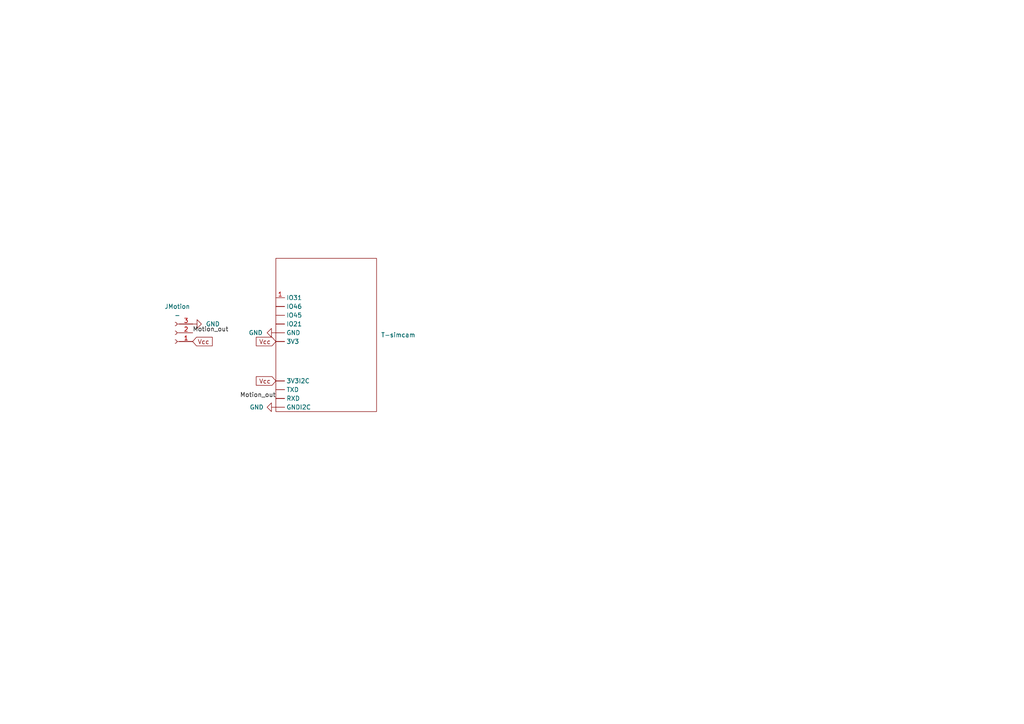
<source format=kicad_sch>
(kicad_sch (version 20211123) (generator eeschema)
  (paper "A4")
  (lib_symbols
    (symbol "Connector:Conn_01x03_Female" (pin_names (offset 1.016) hide)
      (property "Reference" "J" (at 0 5.08 0))
      (property "Value" "Conn_01x03_Female" (at 0 -5.08 0))
      (symbol "Conn_01x03_Female_1_1"
        (arc (start 0 -2.032) (mid -0.508 -2.54) (end 0 -3.048) (stroke (width 0.1524)))
        (polyline (pts (xy -1.27 -2.54) (xy -0.508 -2.54)) (stroke (width 0.1524)))
        (polyline (pts (xy -1.27 0) (xy -0.508 0)) (stroke (width 0.1524)))
        (polyline (pts (xy -1.27 2.54) (xy -0.508 2.54)) (stroke (width 0.1524)))
        (arc (start 0 0.508) (mid -0.508 0) (end 0 -0.508) (stroke (width 0.1524)))
        (arc (start 0 3.048) (mid -0.508 2.54) (end 0 2.032) (stroke (width 0.1524)))
        (pin passive line (at -5.08 2.54 0) (length 3.81) (name "Pin_1") (number "1"))
        (pin passive line (at -5.08 0 0) (length 3.81) (name "Pin_2") (number "2"))
        (pin passive line (at -5.08 -2.54 0) (length 3.81) (name "Pin_3") (number "3"))
      )
    )
    (symbol "LilyGo:T-simcam"
      (property "Reference" "U" (at 0 -2.54 0))
      (property "Value" "T-simcam" (at 0 -5.08 0))
      (symbol "T-simcam_0_1"
        (rectangle (start -13.97 -6.35) (end 15.24 -50.8))
      )
      (symbol "T-simcam_1_1"
        (pin input line (at -13.97 -30.48 0) (length 2.54) (name "3V3") (number ""))
        (pin input line (at -13.97 -41.91 0) (length 2.54) (name "3V3I2C") (number ""))
        (pin input line (at -13.97 -27.94 0) (length 2.54) (name "GND") (number ""))
        (pin input line (at -13.97 -49.53 0) (length 2.54) (name "GNDI2C") (number ""))
        (pin input line (at -13.97 -25.4 0) (length 2.54) (name "IO21") (number ""))
        (pin input line (at -13.97 -22.86 0) (length 2.54) (name "IO45") (number ""))
        (pin input line (at -13.97 -20.32 0) (length 2.54) (name "IO46") (number ""))
        (pin input line (at -13.97 -46.99 0) (length 2.54) (name "RXD") (number ""))
        (pin input line (at -13.97 -44.45 0) (length 2.54) (name "TXD") (number ""))
        (pin input line (at -13.97 -17.78 0) (length 2.54) (name "IO31") (number "1"))
      )
    )
    (symbol "power:GND" (power) (pin_names (offset 0))
      (property "Value" "GND" (at 0 -3.81 0))
      (symbol "GND_0_1"
        (polyline (pts (xy 0 0) (xy 0 -1.27) (xy 1.27 -1.27) (xy 0 -2.54) (xy -1.27 -1.27) (xy 0 -1.27)))
      )
      (symbol "GND_1_1"
        (pin power_in line (at 0 0 270) (length 0) hide (name "GND") (number "1"))
      )
    )
  )
  (label "Motion_out" (at 80.01 115.57 180))
  (label "Motion_out" (at 55.88 96.52 0))
  (global_label "Vcc" (shape input) (at 55.88 99.06 0) (property "Intersheet References" "${INTERSHEET_REFS}" (effects hide)))
  (global_label "Vcc" (shape input) (at 80.01 99.06 180) (property "Intersheet References" "${INTERSHEET_REFS}" (effects hide)))
  (global_label "Vcc" (shape input) (at 80.01 110.49 180) (property "Intersheet References" "${INTERSHEET_REFS}" (effects hide)))
  (symbol (lib_id "power:GND") (at 55.88 93.98 90) (unit 1)
    (property "Reference" "#PWR?" (effects hide))
    (property "Value" "GND" (at 59.69 93.9799 90) (effects (justify right)))
  )
  (symbol (lib_id "Connector:Conn_01x03_Female") (at 50.8 96.52 180) (unit 1)
    (property "Reference" "JMotion" (at 51.435 88.9 0))
    (property "Value" "-" (at 51.435 91.44 0))
  )
  (symbol (lib_id "power:GND") (at 80.01 118.11 270) (unit 1)
    (property "Reference" "#PWR?" (effects hide))
    (property "Value" "GND" (at 72.39 118.11 90) (effects (justify left)))
  )
  (symbol (lib_id "power:GND") (at 80.01 96.52 270) (unit 1)
    (property "Reference" "#PWR?" (effects hide))
    (property "Value" "GND" (at 76.2 96.5199 90) (effects (justify right)))
  )
  (symbol (lib_id "LilyGo:T-simcam") (at 93.98 68.58 0) (unit 1)
    (property "Reference" "U?" (effects hide))
    (property "Value" "T-simcam" (at 110.49 97.1549 0) (effects (justify left)))
  )
)
</source>
